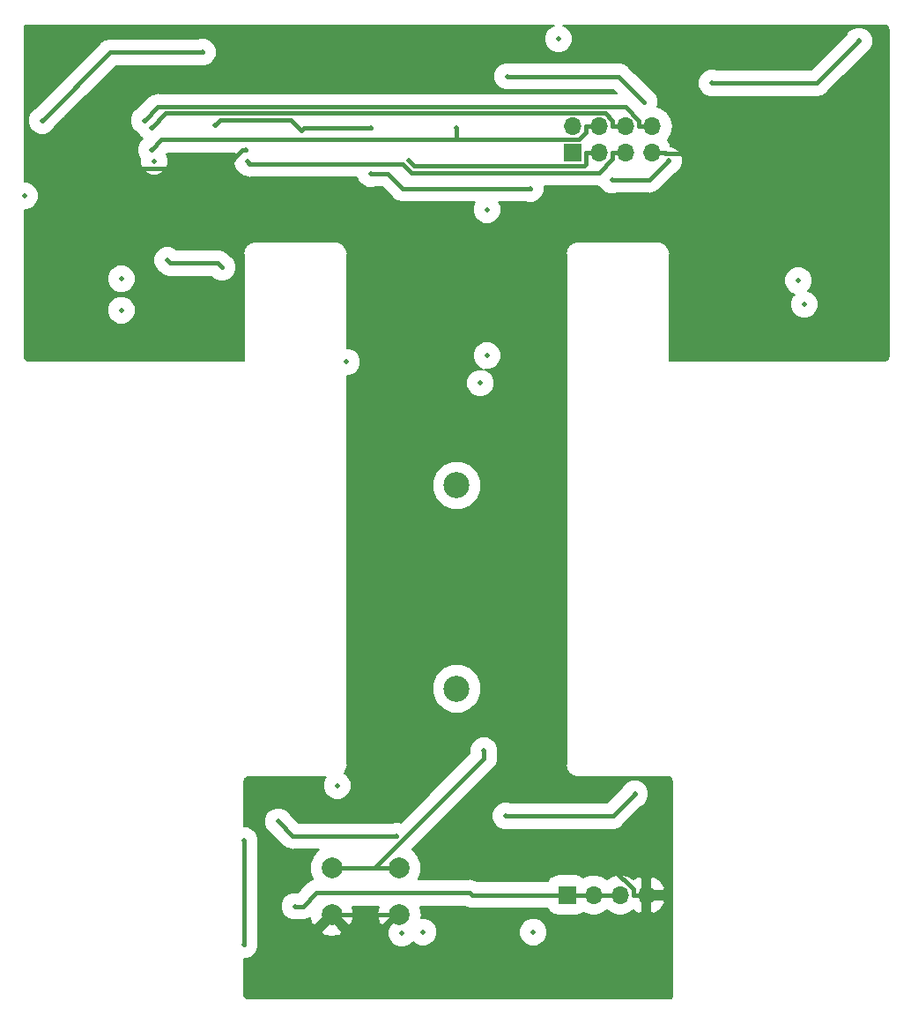
<source format=gbr>
G04 #@! TF.GenerationSoftware,KiCad,Pcbnew,(5.0.0)*
G04 #@! TF.CreationDate,2020-02-18T19:26:41-05:00*
G04 #@! TF.ProjectId,WS2812B Tiny T,575332383132422054696E7920542E6B,rev?*
G04 #@! TF.SameCoordinates,Original*
G04 #@! TF.FileFunction,Copper,L2,Bot,Signal*
G04 #@! TF.FilePolarity,Positive*
%FSLAX46Y46*%
G04 Gerber Fmt 4.6, Leading zero omitted, Abs format (unit mm)*
G04 Created by KiCad (PCBNEW (5.0.0)) date 02/18/20 19:26:41*
%MOMM*%
%LPD*%
G01*
G04 APERTURE LIST*
G04 #@! TA.AperFunction,ComponentPad*
%ADD10C,2.500000*%
G04 #@! TD*
G04 #@! TA.AperFunction,ComponentPad*
%ADD11O,1.700000X1.700000*%
G04 #@! TD*
G04 #@! TA.AperFunction,ComponentPad*
%ADD12R,1.700000X1.700000*%
G04 #@! TD*
G04 #@! TA.AperFunction,ComponentPad*
%ADD13C,2.000000*%
G04 #@! TD*
G04 #@! TA.AperFunction,ViaPad*
%ADD14C,0.500000*%
G04 #@! TD*
G04 #@! TA.AperFunction,Conductor*
%ADD15C,0.400000*%
G04 #@! TD*
G04 #@! TA.AperFunction,Conductor*
%ADD16C,0.200000*%
G04 #@! TD*
G04 APERTURE END LIST*
D10*
G04 #@! TO.P,J1,1*
G04 #@! TO.N,V-Switch*
X127512000Y-121412000D03*
G04 #@! TO.P,J1,2*
G04 #@! TO.N,+BATT*
X127512000Y-101912000D03*
G04 #@! TD*
D11*
G04 #@! TO.P,J2,4*
G04 #@! TO.N,GND*
X145732000Y-141222500D03*
G04 #@! TO.P,J2,3*
G04 #@! TO.N,V-Switch*
X143192000Y-141222500D03*
G04 #@! TO.P,J2,2*
X140652000Y-141222500D03*
D12*
G04 #@! TO.P,J2,1*
X138112000Y-141222500D03*
G04 #@! TD*
D13*
G04 #@! TO.P,SW1,1*
G04 #@! TO.N,BTN*
X122000000Y-138622500D03*
G04 #@! TO.P,SW1,2*
G04 #@! TO.N,GND*
X122000000Y-143122500D03*
G04 #@! TO.P,SW1,1*
G04 #@! TO.N,BTN*
X115500000Y-138622500D03*
G04 #@! TO.P,SW1,2*
G04 #@! TO.N,GND*
X115500000Y-143122500D03*
G04 #@! TD*
D11*
G04 #@! TO.P,J3,8*
G04 #@! TO.N,PB0*
X146300000Y-67453500D03*
G04 #@! TO.P,J3,7*
G04 #@! TO.N,GND*
X146300000Y-69993500D03*
G04 #@! TO.P,J3,6*
G04 #@! TO.N,DIN*
X143760000Y-67453500D03*
G04 #@! TO.P,J3,5*
G04 #@! TO.N,PB4*
X143760000Y-69993500D03*
G04 #@! TO.P,J3,4*
G04 #@! TO.N,BTN*
X141220000Y-67453500D03*
G04 #@! TO.P,J3,3*
G04 #@! TO.N,PB3*
X141220000Y-69993500D03*
G04 #@! TO.P,J3,2*
G04 #@! TO.N,+5V*
X138680000Y-67453500D03*
D12*
G04 #@! TO.P,J3,1*
G04 #@! TO.N,RST*
X138680000Y-69993500D03*
G04 #@! TD*
D14*
G04 #@! TO.N,GND*
X116225100Y-78067800D03*
X121955500Y-77972000D03*
X134531300Y-138692800D03*
X152047700Y-70009700D03*
X107251500Y-69723000D03*
X92011500Y-72707500D03*
X95707000Y-62242500D03*
X112585500Y-67818000D03*
X104267000Y-67310000D03*
X119253000Y-67564000D03*
G04 #@! TO.N,+5V*
X147889500Y-70724800D03*
X142424800Y-72576000D03*
X130401700Y-89446100D03*
X160326200Y-82232500D03*
X130401700Y-75425300D03*
X98440400Y-70777100D03*
X134874000Y-144770800D03*
X124268700Y-144767300D03*
X122237700Y-144907100D03*
X95270000Y-85077300D03*
X95270000Y-82080100D03*
X160906300Y-84518500D03*
X129786300Y-92087700D03*
X116931700Y-90055700D03*
X85951700Y-74104500D03*
X116027200Y-130712100D03*
X137273400Y-59042500D03*
X107101700Y-146000000D03*
X107101700Y-136000000D03*
G04 #@! TO.N,DIN*
X98179100Y-67549200D03*
G04 #@! TO.N,Net-(U4-Pad2)*
X103067500Y-60337300D03*
X87676300Y-66875700D03*
G04 #@! TO.N,Net-(U8-Pad2)*
X132397900Y-62628200D03*
X145535500Y-65088700D03*
G04 #@! TO.N,Net-(U10-Pad2)*
X166160800Y-59240000D03*
X152047700Y-63300500D03*
G04 #@! TO.N,Net-(U24-Pad2)*
X144618900Y-131522200D03*
X132217200Y-133637400D03*
G04 #@! TO.N,Net-(U30-Pad2)*
X121751400Y-135565400D03*
X110356800Y-134167800D03*
G04 #@! TO.N,BTN*
X130128100Y-127357400D03*
X127509500Y-67577200D03*
X98179100Y-69678300D03*
G04 #@! TO.N,Net-(U39-Pad2)*
X99720400Y-80302100D03*
X104952800Y-80962500D03*
G04 #@! TO.N,PB3*
X122938600Y-70749800D03*
G04 #@! TO.N,PB4*
X107378500Y-70802500D03*
G04 #@! TO.N,PB0*
X97498000Y-66864000D03*
G04 #@! TO.N,RST*
X119227600Y-71970900D03*
X134569200Y-73393300D03*
G04 #@! TO.N,V-Switch*
X111950000Y-142300000D03*
G04 #@! TD*
D15*
G04 #@! TO.N,GND*
X121955500Y-77972000D02*
X116320900Y-77972000D01*
X116320900Y-77972000D02*
X116225100Y-78067800D01*
X145732000Y-141222500D02*
X144471700Y-141222500D01*
X144471700Y-141222500D02*
X144471700Y-140671100D01*
X144471700Y-140671100D02*
X142493400Y-138692800D01*
X142493400Y-138692800D02*
X134531300Y-138692800D01*
X146300000Y-69993500D02*
X147560300Y-69993500D01*
X152047700Y-70009700D02*
X147576500Y-70009700D01*
X147576500Y-70009700D02*
X147560300Y-69993500D01*
X107251500Y-69723000D02*
X106897947Y-69723000D01*
X106897947Y-69723000D02*
X105183846Y-71437101D01*
X94043101Y-71437101D02*
X93281899Y-71437101D01*
X93281899Y-71437101D02*
X92011500Y-72707500D01*
X95707000Y-71386101D02*
X95758000Y-71437101D01*
X95707000Y-62242500D02*
X95707000Y-71386101D01*
X105183846Y-71437101D02*
X95758000Y-71437101D01*
X95758000Y-71437101D02*
X94043101Y-71437101D01*
X111552410Y-66784910D02*
X104792090Y-66784910D01*
X112585500Y-67818000D02*
X111552410Y-66784910D01*
X104792090Y-66784910D02*
X104267000Y-67310000D01*
X112839500Y-67564000D02*
X112585500Y-67818000D01*
X119253000Y-67564000D02*
X112839500Y-67564000D01*
X116914213Y-143122500D02*
X122000000Y-143122500D01*
X115500000Y-143122500D02*
X116914213Y-143122500D01*
G04 #@! TO.N,+5V*
X142424800Y-72576000D02*
X146038300Y-72576000D01*
X146038300Y-72576000D02*
X147889500Y-70724800D01*
X107101700Y-146000000D02*
X107101700Y-136000000D01*
G04 #@! TO.N,DIN*
X143760000Y-67453500D02*
X142499700Y-67453500D01*
X98179100Y-67549200D02*
X99553400Y-66174900D01*
X99553400Y-66174900D02*
X141743400Y-66174900D01*
X141743400Y-66174900D02*
X142499700Y-66931200D01*
X142499700Y-66931200D02*
X142499700Y-67453500D01*
G04 #@! TO.N,Net-(U4-Pad2)*
X87676300Y-66875700D02*
X94214700Y-60337300D01*
X94214700Y-60337300D02*
X103067500Y-60337300D01*
G04 #@! TO.N,Net-(U8-Pad2)*
X145535500Y-65088700D02*
X143075000Y-62628200D01*
X143075000Y-62628200D02*
X132397900Y-62628200D01*
G04 #@! TO.N,Net-(U10-Pad2)*
X152047700Y-63300500D02*
X162100300Y-63300500D01*
X162100300Y-63300500D02*
X166160800Y-59240000D01*
G04 #@! TO.N,Net-(U24-Pad2)*
X132217200Y-133637400D02*
X142503700Y-133637400D01*
X142503700Y-133637400D02*
X144618900Y-131522200D01*
G04 #@! TO.N,Net-(U30-Pad2)*
X110356800Y-134167800D02*
X111754400Y-135565400D01*
X111754400Y-135565400D02*
X121751400Y-135565400D01*
G04 #@! TO.N,BTN*
X119212000Y-138622500D02*
X119628100Y-138622500D01*
X119628100Y-138622500D02*
X130128100Y-128122500D01*
X130128100Y-128122500D02*
X130128100Y-127357400D01*
X127509500Y-68713800D02*
X99143600Y-68713800D01*
X99143600Y-68713800D02*
X98179100Y-69678300D01*
X139959700Y-67453500D02*
X139959700Y-68005000D01*
X139959700Y-68005000D02*
X139250900Y-68713800D01*
X139250900Y-68713800D02*
X127509500Y-68713800D01*
X127509500Y-68713800D02*
X127509500Y-67577200D01*
X141220000Y-67453500D02*
X139959700Y-67453500D01*
X122000000Y-138622500D02*
X115500000Y-138622500D01*
G04 #@! TO.N,Net-(U39-Pad2)*
X99970399Y-80552099D02*
X101341999Y-80552099D01*
X99720400Y-80302100D02*
X99970399Y-80552099D01*
X101341999Y-80552099D02*
X101346000Y-80556100D01*
X101346000Y-80556100D02*
X104546400Y-80556100D01*
X104546400Y-80556100D02*
X104952800Y-80962500D01*
G04 #@! TO.N,PB3*
X141220000Y-69993500D02*
X139959700Y-69993500D01*
X122938600Y-70749800D02*
X123442700Y-71253900D01*
X123442700Y-71253900D02*
X139775100Y-71253900D01*
X139775100Y-71253900D02*
X139959700Y-71069300D01*
X139959700Y-71069300D02*
X139959700Y-69993500D01*
G04 #@! TO.N,PB4*
X143760000Y-69993500D02*
X142499700Y-69993500D01*
X142499700Y-69993500D02*
X142499700Y-70544900D01*
X142499700Y-70544900D02*
X141158500Y-71886100D01*
X141158500Y-71886100D02*
X123124600Y-71886100D01*
X123124600Y-71886100D02*
X122278200Y-71039700D01*
X122278200Y-71039700D02*
X107615700Y-71039700D01*
X107615700Y-71039700D02*
X107378500Y-70802500D01*
G04 #@! TO.N,PB0*
X97498000Y-66864000D02*
X98799900Y-65562100D01*
X98799900Y-65562100D02*
X143699700Y-65562100D01*
X143699700Y-65562100D02*
X145039700Y-66902100D01*
X145039700Y-66902100D02*
X145039700Y-67453500D01*
X146300000Y-67453500D02*
X145039700Y-67453500D01*
G04 #@! TO.N,RST*
X119227600Y-71970900D02*
X120904000Y-71970900D01*
X120904000Y-71970900D02*
X122326400Y-73393300D01*
X122326400Y-73393300D02*
X134569200Y-73393300D01*
G04 #@! TO.N,V-Switch*
X140652000Y-141222500D02*
X143192000Y-141222500D01*
X138112000Y-141222500D02*
X140652000Y-141222500D01*
X111950000Y-142300000D02*
X112700000Y-142300000D01*
X112700000Y-142300000D02*
X114000000Y-141000000D01*
X114000000Y-141000000D02*
X128750000Y-141000000D01*
X128972500Y-141222500D02*
X138112000Y-141222500D01*
X128750000Y-141000000D02*
X128972500Y-141222500D01*
G04 #@! TD*
D16*
G04 #@! TO.N,GND*
G36*
X136508686Y-57898025D02*
X136128925Y-58277786D01*
X135923400Y-58773968D01*
X135923400Y-59311032D01*
X136128925Y-59807214D01*
X136508686Y-60186975D01*
X137004868Y-60392500D01*
X137541932Y-60392500D01*
X138038114Y-60186975D01*
X138417875Y-59807214D01*
X138623400Y-59311032D01*
X138623400Y-58773968D01*
X138417875Y-58277786D01*
X138038114Y-57898025D01*
X137689199Y-57753500D01*
X168558883Y-57753500D01*
X168763810Y-57787609D01*
X168859996Y-57839509D01*
X168934186Y-57919767D01*
X168987935Y-58041345D01*
X169005000Y-58176426D01*
X169005001Y-89501378D01*
X168970891Y-89706310D01*
X168918991Y-89802497D01*
X168838734Y-89876685D01*
X168717155Y-89930435D01*
X168582074Y-89947500D01*
X147987000Y-89947500D01*
X147987000Y-81963968D01*
X158976200Y-81963968D01*
X158976200Y-82501032D01*
X159181725Y-82997214D01*
X159561486Y-83376975D01*
X159969593Y-83546018D01*
X159761825Y-83753786D01*
X159556300Y-84249968D01*
X159556300Y-84787032D01*
X159761825Y-85283214D01*
X160141586Y-85662975D01*
X160637768Y-85868500D01*
X161174832Y-85868500D01*
X161671014Y-85662975D01*
X162050775Y-85283214D01*
X162256300Y-84787032D01*
X162256300Y-84249968D01*
X162050775Y-83753786D01*
X161671014Y-83374025D01*
X161262907Y-83204982D01*
X161470675Y-82997214D01*
X161676200Y-82501032D01*
X161676200Y-81963968D01*
X161470675Y-81467786D01*
X161090914Y-81088025D01*
X160594732Y-80882500D01*
X160057668Y-80882500D01*
X159561486Y-81088025D01*
X159181725Y-81467786D01*
X158976200Y-81963968D01*
X147987000Y-81963968D01*
X147987000Y-79808224D01*
X148010019Y-79692500D01*
X147918825Y-79234038D01*
X147659127Y-78845373D01*
X147270462Y-78585675D01*
X146927724Y-78517500D01*
X146812000Y-78494481D01*
X146696276Y-78517500D01*
X139307724Y-78517500D01*
X139192000Y-78494481D01*
X139076276Y-78517500D01*
X138733538Y-78585675D01*
X138344873Y-78845373D01*
X138085175Y-79234038D01*
X137993981Y-79692500D01*
X138017000Y-79808224D01*
X138017001Y-128598771D01*
X137993981Y-128714500D01*
X138085175Y-129172962D01*
X138344873Y-129561627D01*
X138733538Y-129821325D01*
X139076276Y-129889500D01*
X139192000Y-129912519D01*
X139307724Y-129889500D01*
X147730883Y-129889500D01*
X147935810Y-129923609D01*
X148031996Y-129975509D01*
X148106186Y-130055767D01*
X148159935Y-130177345D01*
X148177000Y-130312426D01*
X148177001Y-150963697D01*
X148154238Y-151092792D01*
X148140890Y-151115912D01*
X148120436Y-151133074D01*
X148046021Y-151160159D01*
X148030697Y-151161500D01*
X107539116Y-151161500D01*
X107334190Y-151127391D01*
X107238003Y-151075491D01*
X107163815Y-150995234D01*
X107110065Y-150873655D01*
X107093000Y-150738574D01*
X107093000Y-147350000D01*
X107370232Y-147350000D01*
X107866414Y-147144475D01*
X108246175Y-146764714D01*
X108451700Y-146268532D01*
X108451700Y-145731468D01*
X108401700Y-145610757D01*
X108401700Y-144694234D01*
X114493951Y-144694234D01*
X114587233Y-145059338D01*
X115397909Y-145261206D01*
X116224128Y-145137475D01*
X116412767Y-145059338D01*
X116506049Y-144694234D01*
X115500000Y-143688185D01*
X114493951Y-144694234D01*
X108401700Y-144694234D01*
X108401700Y-136389243D01*
X108451700Y-136268532D01*
X108451700Y-135731468D01*
X108246175Y-135235286D01*
X107866414Y-134855525D01*
X107370232Y-134650000D01*
X107093000Y-134650000D01*
X107093000Y-133899268D01*
X109006800Y-133899268D01*
X109006800Y-134436332D01*
X109212325Y-134932514D01*
X109592086Y-135312275D01*
X109712800Y-135362276D01*
X110744626Y-136394102D01*
X110817153Y-136502647D01*
X111247165Y-136789973D01*
X111626363Y-136865400D01*
X111626367Y-136865400D01*
X111754400Y-136890867D01*
X111882433Y-136865400D01*
X114287252Y-136865400D01*
X113719706Y-137432946D01*
X113400000Y-138204784D01*
X113400000Y-139040216D01*
X113688415Y-139736510D01*
X113492765Y-139775427D01*
X113062753Y-140062753D01*
X112990226Y-140171298D01*
X112211524Y-140950000D01*
X111681468Y-140950000D01*
X111185286Y-141155525D01*
X110805525Y-141535286D01*
X110600000Y-142031468D01*
X110600000Y-142568532D01*
X110805525Y-143064714D01*
X111185286Y-143444475D01*
X111681468Y-143650000D01*
X112218532Y-143650000D01*
X112339243Y-143600000D01*
X112571967Y-143600000D01*
X112700000Y-143625467D01*
X112828033Y-143600000D01*
X112828037Y-143600000D01*
X113207235Y-143524573D01*
X113415914Y-143385137D01*
X113485025Y-143846628D01*
X113563162Y-144035267D01*
X113928266Y-144128549D01*
X114934315Y-143122500D01*
X114920173Y-143108358D01*
X115485858Y-142542673D01*
X115500000Y-142556815D01*
X115514143Y-142542673D01*
X116079828Y-143108358D01*
X116065685Y-143122500D01*
X117071734Y-144128549D01*
X117436838Y-144035267D01*
X117638706Y-143224591D01*
X117514975Y-142398372D01*
X117474228Y-142300000D01*
X120040684Y-142300000D01*
X119861294Y-143020409D01*
X119985025Y-143846628D01*
X120063162Y-144035267D01*
X120428266Y-144128549D01*
X121434315Y-143122500D01*
X121420173Y-143108358D01*
X121985858Y-142542673D01*
X122000000Y-142556815D01*
X122014143Y-142542673D01*
X122579828Y-143108358D01*
X122565685Y-143122500D01*
X122579828Y-143136643D01*
X122159370Y-143557100D01*
X121969168Y-143557100D01*
X121472986Y-143762625D01*
X121093225Y-144142386D01*
X120887700Y-144638568D01*
X120887700Y-145175632D01*
X121093225Y-145671814D01*
X121472986Y-146051575D01*
X121969168Y-146257100D01*
X122506232Y-146257100D01*
X123002414Y-146051575D01*
X123323100Y-145730889D01*
X123503986Y-145911775D01*
X124000168Y-146117300D01*
X124537232Y-146117300D01*
X125033414Y-145911775D01*
X125413175Y-145532014D01*
X125618700Y-145035832D01*
X125618700Y-144502268D01*
X133524000Y-144502268D01*
X133524000Y-145039332D01*
X133729525Y-145535514D01*
X134109286Y-145915275D01*
X134605468Y-146120800D01*
X135142532Y-146120800D01*
X135638714Y-145915275D01*
X136018475Y-145535514D01*
X136224000Y-145039332D01*
X136224000Y-144502268D01*
X136018475Y-144006086D01*
X135638714Y-143626325D01*
X135142532Y-143420800D01*
X134605468Y-143420800D01*
X134109286Y-143626325D01*
X133729525Y-144006086D01*
X133524000Y-144502268D01*
X125618700Y-144502268D01*
X125618700Y-144498768D01*
X125413175Y-144002586D01*
X125033414Y-143622825D01*
X124537232Y-143417300D01*
X124090719Y-143417300D01*
X124138706Y-143224591D01*
X124014975Y-142398372D01*
X123974228Y-142300000D01*
X128245156Y-142300000D01*
X128465265Y-142447073D01*
X128844463Y-142522500D01*
X128844467Y-142522500D01*
X128972500Y-142547967D01*
X129100533Y-142522500D01*
X136239722Y-142522500D01*
X136468944Y-142865556D01*
X136832801Y-143108677D01*
X137262000Y-143194050D01*
X138962000Y-143194050D01*
X139391199Y-143108677D01*
X139678079Y-142916991D01*
X139891148Y-143059359D01*
X140459946Y-143172500D01*
X140844054Y-143172500D01*
X141412852Y-143059359D01*
X141922000Y-142719157D01*
X142431148Y-143059359D01*
X142999946Y-143172500D01*
X143384054Y-143172500D01*
X143952852Y-143059359D01*
X144500379Y-142693513D01*
X144933785Y-143001669D01*
X145038364Y-143044962D01*
X145332000Y-142849038D01*
X145332000Y-141622500D01*
X146132000Y-141622500D01*
X146132000Y-142849038D01*
X146425636Y-143044962D01*
X146530215Y-143001669D01*
X147150313Y-142560774D01*
X147554486Y-141916139D01*
X147365557Y-141622500D01*
X146132000Y-141622500D01*
X145332000Y-141622500D01*
X145312000Y-141622500D01*
X145312000Y-140822500D01*
X145332000Y-140822500D01*
X145332000Y-139595962D01*
X146132000Y-139595962D01*
X146132000Y-140822500D01*
X147365557Y-140822500D01*
X147554486Y-140528861D01*
X147150313Y-139884226D01*
X146530215Y-139443331D01*
X146425636Y-139400038D01*
X146132000Y-139595962D01*
X145332000Y-139595962D01*
X145038364Y-139400038D01*
X144933785Y-139443331D01*
X144500379Y-139751487D01*
X143952852Y-139385641D01*
X143384054Y-139272500D01*
X142999946Y-139272500D01*
X142431148Y-139385641D01*
X141922000Y-139725843D01*
X141412852Y-139385641D01*
X140844054Y-139272500D01*
X140459946Y-139272500D01*
X139891148Y-139385641D01*
X139678079Y-139528009D01*
X139391199Y-139336323D01*
X138962000Y-139250950D01*
X137262000Y-139250950D01*
X136832801Y-139336323D01*
X136468944Y-139579444D01*
X136239722Y-139922500D01*
X129477344Y-139922500D01*
X129257235Y-139775427D01*
X128878037Y-139700000D01*
X128878033Y-139700000D01*
X128750000Y-139674533D01*
X128621967Y-139700000D01*
X123826708Y-139700000D01*
X124100000Y-139040216D01*
X124100000Y-138204784D01*
X123780294Y-137432946D01*
X123218212Y-136870864D01*
X126720208Y-133368868D01*
X130867200Y-133368868D01*
X130867200Y-133905932D01*
X131072725Y-134402114D01*
X131452486Y-134781875D01*
X131948668Y-134987400D01*
X132485732Y-134987400D01*
X132606443Y-134937400D01*
X142375667Y-134937400D01*
X142503700Y-134962867D01*
X142631733Y-134937400D01*
X142631737Y-134937400D01*
X143010935Y-134861973D01*
X143440947Y-134574647D01*
X143513476Y-134466100D01*
X145262901Y-132716676D01*
X145383614Y-132666675D01*
X145763375Y-132286914D01*
X145968900Y-131790732D01*
X145968900Y-131253668D01*
X145763375Y-130757486D01*
X145383614Y-130377725D01*
X144887432Y-130172200D01*
X144350368Y-130172200D01*
X143854186Y-130377725D01*
X143474425Y-130757486D01*
X143424424Y-130878199D01*
X141965224Y-132337400D01*
X132606443Y-132337400D01*
X132485732Y-132287400D01*
X131948668Y-132287400D01*
X131452486Y-132492925D01*
X131072725Y-132872686D01*
X130867200Y-133368868D01*
X126720208Y-133368868D01*
X130956806Y-129132272D01*
X131065347Y-129059747D01*
X131137872Y-128951206D01*
X131137874Y-128951204D01*
X131267142Y-128757740D01*
X131352673Y-128629735D01*
X131428100Y-128250537D01*
X131428100Y-128250532D01*
X131453567Y-128122501D01*
X131428100Y-127994469D01*
X131428100Y-127746643D01*
X131478100Y-127625932D01*
X131478100Y-127088868D01*
X131272575Y-126592686D01*
X130892814Y-126212925D01*
X130396632Y-126007400D01*
X129859568Y-126007400D01*
X129363386Y-126212925D01*
X128983625Y-126592686D01*
X128778100Y-127088868D01*
X128778100Y-127625932D01*
X128780470Y-127631653D01*
X122144942Y-134267181D01*
X122019932Y-134215400D01*
X121482868Y-134215400D01*
X121362157Y-134265400D01*
X112292877Y-134265400D01*
X111551276Y-133523800D01*
X111501275Y-133403086D01*
X111121514Y-133023325D01*
X110625332Y-132817800D01*
X110088268Y-132817800D01*
X109592086Y-133023325D01*
X109212325Y-133403086D01*
X109006800Y-133899268D01*
X107093000Y-133899268D01*
X107093000Y-130335617D01*
X107127109Y-130130690D01*
X107179009Y-130034504D01*
X107259267Y-129960314D01*
X107380845Y-129906565D01*
X107515926Y-129889500D01*
X114940611Y-129889500D01*
X114882725Y-129947386D01*
X114677200Y-130443568D01*
X114677200Y-130980632D01*
X114882725Y-131476814D01*
X115262486Y-131856575D01*
X115758668Y-132062100D01*
X116295732Y-132062100D01*
X116791914Y-131856575D01*
X117171675Y-131476814D01*
X117377200Y-130980632D01*
X117377200Y-130443568D01*
X117171675Y-129947386D01*
X116791914Y-129567625D01*
X116694171Y-129527139D01*
X116930825Y-129172962D01*
X117022019Y-128714500D01*
X116999000Y-128598776D01*
X116999000Y-120944556D01*
X125162000Y-120944556D01*
X125162000Y-121879444D01*
X125519766Y-122743168D01*
X126180832Y-123404234D01*
X127044556Y-123762000D01*
X127979444Y-123762000D01*
X128843168Y-123404234D01*
X129504234Y-122743168D01*
X129862000Y-121879444D01*
X129862000Y-120944556D01*
X129504234Y-120080832D01*
X128843168Y-119419766D01*
X127979444Y-119062000D01*
X127044556Y-119062000D01*
X126180832Y-119419766D01*
X125519766Y-120080832D01*
X125162000Y-120944556D01*
X116999000Y-120944556D01*
X116999000Y-101444556D01*
X125162000Y-101444556D01*
X125162000Y-102379444D01*
X125519766Y-103243168D01*
X126180832Y-103904234D01*
X127044556Y-104262000D01*
X127979444Y-104262000D01*
X128843168Y-103904234D01*
X129504234Y-103243168D01*
X129862000Y-102379444D01*
X129862000Y-101444556D01*
X129504234Y-100580832D01*
X128843168Y-99919766D01*
X127979444Y-99562000D01*
X127044556Y-99562000D01*
X126180832Y-99919766D01*
X125519766Y-100580832D01*
X125162000Y-101444556D01*
X116999000Y-101444556D01*
X116999000Y-91819168D01*
X128436300Y-91819168D01*
X128436300Y-92356232D01*
X128641825Y-92852414D01*
X129021586Y-93232175D01*
X129517768Y-93437700D01*
X130054832Y-93437700D01*
X130551014Y-93232175D01*
X130930775Y-92852414D01*
X131136300Y-92356232D01*
X131136300Y-91819168D01*
X130930775Y-91322986D01*
X130551014Y-90943225D01*
X130195822Y-90796100D01*
X130670232Y-90796100D01*
X131166414Y-90590575D01*
X131546175Y-90210814D01*
X131751700Y-89714632D01*
X131751700Y-89177568D01*
X131546175Y-88681386D01*
X131166414Y-88301625D01*
X130670232Y-88096100D01*
X130133168Y-88096100D01*
X129636986Y-88301625D01*
X129257225Y-88681386D01*
X129051700Y-89177568D01*
X129051700Y-89714632D01*
X129257225Y-90210814D01*
X129636986Y-90590575D01*
X129992178Y-90737700D01*
X129517768Y-90737700D01*
X129021586Y-90943225D01*
X128641825Y-91322986D01*
X128436300Y-91819168D01*
X116999000Y-91819168D01*
X116999000Y-91405700D01*
X117200232Y-91405700D01*
X117696414Y-91200175D01*
X118076175Y-90820414D01*
X118281700Y-90324232D01*
X118281700Y-89787168D01*
X118076175Y-89290986D01*
X117696414Y-88911225D01*
X117200232Y-88705700D01*
X116999000Y-88705700D01*
X116999000Y-79808224D01*
X117022019Y-79692500D01*
X116930825Y-79234038D01*
X116671127Y-78845373D01*
X116282462Y-78585675D01*
X115939724Y-78517500D01*
X115824000Y-78494481D01*
X115708276Y-78517500D01*
X108319724Y-78517500D01*
X108204000Y-78494481D01*
X108088276Y-78517500D01*
X107745538Y-78585675D01*
X107356873Y-78845373D01*
X107097175Y-79234038D01*
X107005981Y-79692500D01*
X107029000Y-79808224D01*
X107029001Y-89947500D01*
X86457116Y-89947500D01*
X86252190Y-89913391D01*
X86156003Y-89861491D01*
X86081815Y-89781234D01*
X86028065Y-89659655D01*
X86011000Y-89524574D01*
X86011000Y-84808768D01*
X93920000Y-84808768D01*
X93920000Y-85345832D01*
X94125525Y-85842014D01*
X94505286Y-86221775D01*
X95001468Y-86427300D01*
X95538532Y-86427300D01*
X96034714Y-86221775D01*
X96414475Y-85842014D01*
X96620000Y-85345832D01*
X96620000Y-84808768D01*
X96414475Y-84312586D01*
X96034714Y-83932825D01*
X95538532Y-83727300D01*
X95001468Y-83727300D01*
X94505286Y-83932825D01*
X94125525Y-84312586D01*
X93920000Y-84808768D01*
X86011000Y-84808768D01*
X86011000Y-81811568D01*
X93920000Y-81811568D01*
X93920000Y-82348632D01*
X94125525Y-82844814D01*
X94505286Y-83224575D01*
X95001468Y-83430100D01*
X95538532Y-83430100D01*
X96034714Y-83224575D01*
X96414475Y-82844814D01*
X96620000Y-82348632D01*
X96620000Y-81811568D01*
X96414475Y-81315386D01*
X96034714Y-80935625D01*
X95538532Y-80730100D01*
X95001468Y-80730100D01*
X94505286Y-80935625D01*
X94125525Y-81315386D01*
X93920000Y-81811568D01*
X86011000Y-81811568D01*
X86011000Y-80033568D01*
X98370400Y-80033568D01*
X98370400Y-80570632D01*
X98575925Y-81066814D01*
X98955686Y-81446575D01*
X99023282Y-81474574D01*
X99033152Y-81489346D01*
X99463164Y-81776672D01*
X99842362Y-81852099D01*
X99842366Y-81852099D01*
X99970399Y-81877566D01*
X100098432Y-81852099D01*
X101197849Y-81852099D01*
X101217963Y-81856100D01*
X101217968Y-81856100D01*
X101345999Y-81881567D01*
X101474031Y-81856100D01*
X103937211Y-81856100D01*
X104188086Y-82106975D01*
X104684268Y-82312500D01*
X105221332Y-82312500D01*
X105717514Y-82106975D01*
X106097275Y-81727214D01*
X106302800Y-81231032D01*
X106302800Y-80693968D01*
X106097275Y-80197786D01*
X105717514Y-79818025D01*
X105596800Y-79768024D01*
X105556176Y-79727399D01*
X105483647Y-79618853D01*
X105053635Y-79331527D01*
X104674437Y-79256100D01*
X104674433Y-79256100D01*
X104546400Y-79230633D01*
X104418367Y-79256100D01*
X101490150Y-79256100D01*
X101470036Y-79252099D01*
X101470032Y-79252099D01*
X101341999Y-79226632D01*
X101213966Y-79252099D01*
X100579588Y-79252099D01*
X100485114Y-79157625D01*
X99988932Y-78952100D01*
X99451868Y-78952100D01*
X98955686Y-79157625D01*
X98575925Y-79537386D01*
X98370400Y-80033568D01*
X86011000Y-80033568D01*
X86011000Y-75454500D01*
X86220232Y-75454500D01*
X86716414Y-75248975D01*
X87096175Y-74869214D01*
X87301700Y-74373032D01*
X87301700Y-73835968D01*
X87096175Y-73339786D01*
X86716414Y-72960025D01*
X86220232Y-72754500D01*
X86011000Y-72754500D01*
X86011000Y-66607168D01*
X86326300Y-66607168D01*
X86326300Y-67144232D01*
X86531825Y-67640414D01*
X86911586Y-68020175D01*
X87407768Y-68225700D01*
X87944832Y-68225700D01*
X88441014Y-68020175D01*
X88820775Y-67640414D01*
X88870776Y-67519700D01*
X89795008Y-66595468D01*
X96148000Y-66595468D01*
X96148000Y-67132532D01*
X96353525Y-67628714D01*
X96733286Y-68008475D01*
X96944315Y-68095886D01*
X97034625Y-68313914D01*
X97334461Y-68613750D01*
X97034625Y-68913586D01*
X96829100Y-69409768D01*
X96829100Y-69946832D01*
X97034625Y-70443014D01*
X97093264Y-70501653D01*
X97090400Y-70508568D01*
X97090400Y-71045632D01*
X97295925Y-71541814D01*
X97675686Y-71921575D01*
X98171868Y-72127100D01*
X98708932Y-72127100D01*
X99205114Y-71921575D01*
X99584875Y-71541814D01*
X99790400Y-71045632D01*
X99790400Y-70508568D01*
X99613759Y-70082118D01*
X99682077Y-70013800D01*
X106258011Y-70013800D01*
X106234025Y-70037786D01*
X106028500Y-70533968D01*
X106028500Y-71071032D01*
X106234025Y-71567214D01*
X106613786Y-71946975D01*
X106675509Y-71972542D01*
X106678453Y-71976947D01*
X107108465Y-72264273D01*
X107487663Y-72339700D01*
X107487668Y-72339700D01*
X107615699Y-72365167D01*
X107743731Y-72339700D01*
X117919132Y-72339700D01*
X118083125Y-72735614D01*
X118462886Y-73115375D01*
X118959068Y-73320900D01*
X119496132Y-73320900D01*
X119616843Y-73270900D01*
X120365523Y-73270900D01*
X121316627Y-74222005D01*
X121389153Y-74330547D01*
X121497694Y-74403072D01*
X121497696Y-74403074D01*
X121617160Y-74482897D01*
X121819165Y-74617873D01*
X122198363Y-74693300D01*
X122198368Y-74693300D01*
X122326399Y-74718767D01*
X122454431Y-74693300D01*
X129243674Y-74693300D01*
X129051700Y-75156768D01*
X129051700Y-75693832D01*
X129257225Y-76190014D01*
X129636986Y-76569775D01*
X130133168Y-76775300D01*
X130670232Y-76775300D01*
X131166414Y-76569775D01*
X131546175Y-76190014D01*
X131751700Y-75693832D01*
X131751700Y-75156768D01*
X131559726Y-74693300D01*
X134179957Y-74693300D01*
X134300668Y-74743300D01*
X134837732Y-74743300D01*
X135333914Y-74537775D01*
X135713675Y-74158014D01*
X135919200Y-73661832D01*
X135919200Y-73186100D01*
X141030467Y-73186100D01*
X141158500Y-73211567D01*
X141221629Y-73199010D01*
X141280325Y-73340714D01*
X141660086Y-73720475D01*
X142156268Y-73926000D01*
X142693332Y-73926000D01*
X142814043Y-73876000D01*
X145910267Y-73876000D01*
X146038300Y-73901467D01*
X146166333Y-73876000D01*
X146166337Y-73876000D01*
X146545535Y-73800573D01*
X146975547Y-73513247D01*
X147048076Y-73404700D01*
X148533502Y-71919275D01*
X148654214Y-71869275D01*
X149033975Y-71489514D01*
X149239500Y-70993332D01*
X149239500Y-70456268D01*
X149033975Y-69960086D01*
X148654214Y-69580325D01*
X148158032Y-69374800D01*
X148074270Y-69374800D01*
X148122486Y-69299861D01*
X147778323Y-68750939D01*
X148136859Y-68214352D01*
X148288202Y-67453500D01*
X148136859Y-66692648D01*
X147705871Y-66047629D01*
X147060852Y-65616641D01*
X146799576Y-65564670D01*
X146885500Y-65357232D01*
X146885500Y-64820168D01*
X146679975Y-64323986D01*
X146300214Y-63944225D01*
X146179502Y-63894225D01*
X145317245Y-63031968D01*
X150697700Y-63031968D01*
X150697700Y-63569032D01*
X150903225Y-64065214D01*
X151282986Y-64444975D01*
X151779168Y-64650500D01*
X152316232Y-64650500D01*
X152436943Y-64600500D01*
X161972267Y-64600500D01*
X162100300Y-64625967D01*
X162228333Y-64600500D01*
X162228337Y-64600500D01*
X162607535Y-64525073D01*
X163037547Y-64237747D01*
X163110076Y-64129200D01*
X166804803Y-60434475D01*
X166925514Y-60384475D01*
X167305275Y-60004714D01*
X167510800Y-59508532D01*
X167510800Y-58971468D01*
X167305275Y-58475286D01*
X166925514Y-58095525D01*
X166429332Y-57890000D01*
X165892268Y-57890000D01*
X165396086Y-58095525D01*
X165016325Y-58475286D01*
X164966325Y-58595997D01*
X161561824Y-62000500D01*
X152436943Y-62000500D01*
X152316232Y-61950500D01*
X151779168Y-61950500D01*
X151282986Y-62156025D01*
X150903225Y-62535786D01*
X150697700Y-63031968D01*
X145317245Y-63031968D01*
X144084776Y-61799500D01*
X144012247Y-61690953D01*
X143582235Y-61403627D01*
X143203037Y-61328200D01*
X143203033Y-61328200D01*
X143075000Y-61302733D01*
X142946967Y-61328200D01*
X132787143Y-61328200D01*
X132666432Y-61278200D01*
X132129368Y-61278200D01*
X131633186Y-61483725D01*
X131253425Y-61863486D01*
X131047900Y-62359668D01*
X131047900Y-62896732D01*
X131253425Y-63392914D01*
X131633186Y-63772675D01*
X132129368Y-63978200D01*
X132666432Y-63978200D01*
X132787143Y-63928200D01*
X142536524Y-63928200D01*
X142870423Y-64262100D01*
X98927933Y-64262100D01*
X98799900Y-64236633D01*
X98671867Y-64262100D01*
X98671863Y-64262100D01*
X98292665Y-64337527D01*
X97862653Y-64624853D01*
X97790126Y-64733398D01*
X96854000Y-65669524D01*
X96733286Y-65719525D01*
X96353525Y-66099286D01*
X96148000Y-66595468D01*
X89795008Y-66595468D01*
X94753177Y-61637300D01*
X102678257Y-61637300D01*
X102798968Y-61687300D01*
X103336032Y-61687300D01*
X103832214Y-61481775D01*
X104211975Y-61102014D01*
X104417500Y-60605832D01*
X104417500Y-60068768D01*
X104211975Y-59572586D01*
X103832214Y-59192825D01*
X103336032Y-58987300D01*
X102798968Y-58987300D01*
X102678257Y-59037300D01*
X94342733Y-59037300D01*
X94214700Y-59011833D01*
X94086667Y-59037300D01*
X94086663Y-59037300D01*
X93707465Y-59112727D01*
X93277453Y-59400053D01*
X93204926Y-59508597D01*
X87032300Y-65681224D01*
X86911586Y-65731225D01*
X86531825Y-66110986D01*
X86326300Y-66607168D01*
X86011000Y-66607168D01*
X86011000Y-57753500D01*
X136857601Y-57753500D01*
X136508686Y-57898025D01*
X136508686Y-57898025D01*
G37*
X136508686Y-57898025D02*
X136128925Y-58277786D01*
X135923400Y-58773968D01*
X135923400Y-59311032D01*
X136128925Y-59807214D01*
X136508686Y-60186975D01*
X137004868Y-60392500D01*
X137541932Y-60392500D01*
X138038114Y-60186975D01*
X138417875Y-59807214D01*
X138623400Y-59311032D01*
X138623400Y-58773968D01*
X138417875Y-58277786D01*
X138038114Y-57898025D01*
X137689199Y-57753500D01*
X168558883Y-57753500D01*
X168763810Y-57787609D01*
X168859996Y-57839509D01*
X168934186Y-57919767D01*
X168987935Y-58041345D01*
X169005000Y-58176426D01*
X169005001Y-89501378D01*
X168970891Y-89706310D01*
X168918991Y-89802497D01*
X168838734Y-89876685D01*
X168717155Y-89930435D01*
X168582074Y-89947500D01*
X147987000Y-89947500D01*
X147987000Y-81963968D01*
X158976200Y-81963968D01*
X158976200Y-82501032D01*
X159181725Y-82997214D01*
X159561486Y-83376975D01*
X159969593Y-83546018D01*
X159761825Y-83753786D01*
X159556300Y-84249968D01*
X159556300Y-84787032D01*
X159761825Y-85283214D01*
X160141586Y-85662975D01*
X160637768Y-85868500D01*
X161174832Y-85868500D01*
X161671014Y-85662975D01*
X162050775Y-85283214D01*
X162256300Y-84787032D01*
X162256300Y-84249968D01*
X162050775Y-83753786D01*
X161671014Y-83374025D01*
X161262907Y-83204982D01*
X161470675Y-82997214D01*
X161676200Y-82501032D01*
X161676200Y-81963968D01*
X161470675Y-81467786D01*
X161090914Y-81088025D01*
X160594732Y-80882500D01*
X160057668Y-80882500D01*
X159561486Y-81088025D01*
X159181725Y-81467786D01*
X158976200Y-81963968D01*
X147987000Y-81963968D01*
X147987000Y-79808224D01*
X148010019Y-79692500D01*
X147918825Y-79234038D01*
X147659127Y-78845373D01*
X147270462Y-78585675D01*
X146927724Y-78517500D01*
X146812000Y-78494481D01*
X146696276Y-78517500D01*
X139307724Y-78517500D01*
X139192000Y-78494481D01*
X139076276Y-78517500D01*
X138733538Y-78585675D01*
X138344873Y-78845373D01*
X138085175Y-79234038D01*
X137993981Y-79692500D01*
X138017000Y-79808224D01*
X138017001Y-128598771D01*
X137993981Y-128714500D01*
X138085175Y-129172962D01*
X138344873Y-129561627D01*
X138733538Y-129821325D01*
X139076276Y-129889500D01*
X139192000Y-129912519D01*
X139307724Y-129889500D01*
X147730883Y-129889500D01*
X147935810Y-129923609D01*
X148031996Y-129975509D01*
X148106186Y-130055767D01*
X148159935Y-130177345D01*
X148177000Y-130312426D01*
X148177001Y-150963697D01*
X148154238Y-151092792D01*
X148140890Y-151115912D01*
X148120436Y-151133074D01*
X148046021Y-151160159D01*
X148030697Y-151161500D01*
X107539116Y-151161500D01*
X107334190Y-151127391D01*
X107238003Y-151075491D01*
X107163815Y-150995234D01*
X107110065Y-150873655D01*
X107093000Y-150738574D01*
X107093000Y-147350000D01*
X107370232Y-147350000D01*
X107866414Y-147144475D01*
X108246175Y-146764714D01*
X108451700Y-146268532D01*
X108451700Y-145731468D01*
X108401700Y-145610757D01*
X108401700Y-144694234D01*
X114493951Y-144694234D01*
X114587233Y-145059338D01*
X115397909Y-145261206D01*
X116224128Y-145137475D01*
X116412767Y-145059338D01*
X116506049Y-144694234D01*
X115500000Y-143688185D01*
X114493951Y-144694234D01*
X108401700Y-144694234D01*
X108401700Y-136389243D01*
X108451700Y-136268532D01*
X108451700Y-135731468D01*
X108246175Y-135235286D01*
X107866414Y-134855525D01*
X107370232Y-134650000D01*
X107093000Y-134650000D01*
X107093000Y-133899268D01*
X109006800Y-133899268D01*
X109006800Y-134436332D01*
X109212325Y-134932514D01*
X109592086Y-135312275D01*
X109712800Y-135362276D01*
X110744626Y-136394102D01*
X110817153Y-136502647D01*
X111247165Y-136789973D01*
X111626363Y-136865400D01*
X111626367Y-136865400D01*
X111754400Y-136890867D01*
X111882433Y-136865400D01*
X114287252Y-136865400D01*
X113719706Y-137432946D01*
X113400000Y-138204784D01*
X113400000Y-139040216D01*
X113688415Y-139736510D01*
X113492765Y-139775427D01*
X113062753Y-140062753D01*
X112990226Y-140171298D01*
X112211524Y-140950000D01*
X111681468Y-140950000D01*
X111185286Y-141155525D01*
X110805525Y-141535286D01*
X110600000Y-142031468D01*
X110600000Y-142568532D01*
X110805525Y-143064714D01*
X111185286Y-143444475D01*
X111681468Y-143650000D01*
X112218532Y-143650000D01*
X112339243Y-143600000D01*
X112571967Y-143600000D01*
X112700000Y-143625467D01*
X112828033Y-143600000D01*
X112828037Y-143600000D01*
X113207235Y-143524573D01*
X113415914Y-143385137D01*
X113485025Y-143846628D01*
X113563162Y-144035267D01*
X113928266Y-144128549D01*
X114934315Y-143122500D01*
X114920173Y-143108358D01*
X115485858Y-142542673D01*
X115500000Y-142556815D01*
X115514143Y-142542673D01*
X116079828Y-143108358D01*
X116065685Y-143122500D01*
X117071734Y-144128549D01*
X117436838Y-144035267D01*
X117638706Y-143224591D01*
X117514975Y-142398372D01*
X117474228Y-142300000D01*
X120040684Y-142300000D01*
X119861294Y-143020409D01*
X119985025Y-143846628D01*
X120063162Y-144035267D01*
X120428266Y-144128549D01*
X121434315Y-143122500D01*
X121420173Y-143108358D01*
X121985858Y-142542673D01*
X122000000Y-142556815D01*
X122014143Y-142542673D01*
X122579828Y-143108358D01*
X122565685Y-143122500D01*
X122579828Y-143136643D01*
X122159370Y-143557100D01*
X121969168Y-143557100D01*
X121472986Y-143762625D01*
X121093225Y-144142386D01*
X120887700Y-144638568D01*
X120887700Y-145175632D01*
X121093225Y-145671814D01*
X121472986Y-146051575D01*
X121969168Y-146257100D01*
X122506232Y-146257100D01*
X123002414Y-146051575D01*
X123323100Y-145730889D01*
X123503986Y-145911775D01*
X124000168Y-146117300D01*
X124537232Y-146117300D01*
X125033414Y-145911775D01*
X125413175Y-145532014D01*
X125618700Y-145035832D01*
X125618700Y-144502268D01*
X133524000Y-144502268D01*
X133524000Y-145039332D01*
X133729525Y-145535514D01*
X134109286Y-145915275D01*
X134605468Y-146120800D01*
X135142532Y-146120800D01*
X135638714Y-145915275D01*
X136018475Y-145535514D01*
X136224000Y-145039332D01*
X136224000Y-144502268D01*
X136018475Y-144006086D01*
X135638714Y-143626325D01*
X135142532Y-143420800D01*
X134605468Y-143420800D01*
X134109286Y-143626325D01*
X133729525Y-144006086D01*
X133524000Y-144502268D01*
X125618700Y-144502268D01*
X125618700Y-144498768D01*
X125413175Y-144002586D01*
X125033414Y-143622825D01*
X124537232Y-143417300D01*
X124090719Y-143417300D01*
X124138706Y-143224591D01*
X124014975Y-142398372D01*
X123974228Y-142300000D01*
X128245156Y-142300000D01*
X128465265Y-142447073D01*
X128844463Y-142522500D01*
X128844467Y-142522500D01*
X128972500Y-142547967D01*
X129100533Y-142522500D01*
X136239722Y-142522500D01*
X136468944Y-142865556D01*
X136832801Y-143108677D01*
X137262000Y-143194050D01*
X138962000Y-143194050D01*
X139391199Y-143108677D01*
X139678079Y-142916991D01*
X139891148Y-143059359D01*
X140459946Y-143172500D01*
X140844054Y-143172500D01*
X141412852Y-143059359D01*
X141922000Y-142719157D01*
X142431148Y-143059359D01*
X142999946Y-143172500D01*
X143384054Y-143172500D01*
X143952852Y-143059359D01*
X144500379Y-142693513D01*
X144933785Y-143001669D01*
X145038364Y-143044962D01*
X145332000Y-142849038D01*
X145332000Y-141622500D01*
X146132000Y-141622500D01*
X146132000Y-142849038D01*
X146425636Y-143044962D01*
X146530215Y-143001669D01*
X147150313Y-142560774D01*
X147554486Y-141916139D01*
X147365557Y-141622500D01*
X146132000Y-141622500D01*
X145332000Y-141622500D01*
X145312000Y-141622500D01*
X145312000Y-140822500D01*
X145332000Y-140822500D01*
X145332000Y-139595962D01*
X146132000Y-139595962D01*
X146132000Y-140822500D01*
X147365557Y-140822500D01*
X147554486Y-140528861D01*
X147150313Y-139884226D01*
X146530215Y-139443331D01*
X146425636Y-139400038D01*
X146132000Y-139595962D01*
X145332000Y-139595962D01*
X145038364Y-139400038D01*
X144933785Y-139443331D01*
X144500379Y-139751487D01*
X143952852Y-139385641D01*
X143384054Y-139272500D01*
X142999946Y-139272500D01*
X142431148Y-139385641D01*
X141922000Y-139725843D01*
X141412852Y-139385641D01*
X140844054Y-139272500D01*
X140459946Y-139272500D01*
X139891148Y-139385641D01*
X139678079Y-139528009D01*
X139391199Y-139336323D01*
X138962000Y-139250950D01*
X137262000Y-139250950D01*
X136832801Y-139336323D01*
X136468944Y-139579444D01*
X136239722Y-139922500D01*
X129477344Y-139922500D01*
X129257235Y-139775427D01*
X128878037Y-139700000D01*
X128878033Y-139700000D01*
X128750000Y-139674533D01*
X128621967Y-139700000D01*
X123826708Y-139700000D01*
X124100000Y-139040216D01*
X124100000Y-138204784D01*
X123780294Y-137432946D01*
X123218212Y-136870864D01*
X126720208Y-133368868D01*
X130867200Y-133368868D01*
X130867200Y-133905932D01*
X131072725Y-134402114D01*
X131452486Y-134781875D01*
X131948668Y-134987400D01*
X132485732Y-134987400D01*
X132606443Y-134937400D01*
X142375667Y-134937400D01*
X142503700Y-134962867D01*
X142631733Y-134937400D01*
X142631737Y-134937400D01*
X143010935Y-134861973D01*
X143440947Y-134574647D01*
X143513476Y-134466100D01*
X145262901Y-132716676D01*
X145383614Y-132666675D01*
X145763375Y-132286914D01*
X145968900Y-131790732D01*
X145968900Y-131253668D01*
X145763375Y-130757486D01*
X145383614Y-130377725D01*
X144887432Y-130172200D01*
X144350368Y-130172200D01*
X143854186Y-130377725D01*
X143474425Y-130757486D01*
X143424424Y-130878199D01*
X141965224Y-132337400D01*
X132606443Y-132337400D01*
X132485732Y-132287400D01*
X131948668Y-132287400D01*
X131452486Y-132492925D01*
X131072725Y-132872686D01*
X130867200Y-133368868D01*
X126720208Y-133368868D01*
X130956806Y-129132272D01*
X131065347Y-129059747D01*
X131137872Y-128951206D01*
X131137874Y-128951204D01*
X131267142Y-128757740D01*
X131352673Y-128629735D01*
X131428100Y-128250537D01*
X131428100Y-128250532D01*
X131453567Y-128122501D01*
X131428100Y-127994469D01*
X131428100Y-127746643D01*
X131478100Y-127625932D01*
X131478100Y-127088868D01*
X131272575Y-126592686D01*
X130892814Y-126212925D01*
X130396632Y-126007400D01*
X129859568Y-126007400D01*
X129363386Y-126212925D01*
X128983625Y-126592686D01*
X128778100Y-127088868D01*
X128778100Y-127625932D01*
X128780470Y-127631653D01*
X122144942Y-134267181D01*
X122019932Y-134215400D01*
X121482868Y-134215400D01*
X121362157Y-134265400D01*
X112292877Y-134265400D01*
X111551276Y-133523800D01*
X111501275Y-133403086D01*
X111121514Y-133023325D01*
X110625332Y-132817800D01*
X110088268Y-132817800D01*
X109592086Y-133023325D01*
X109212325Y-133403086D01*
X109006800Y-133899268D01*
X107093000Y-133899268D01*
X107093000Y-130335617D01*
X107127109Y-130130690D01*
X107179009Y-130034504D01*
X107259267Y-129960314D01*
X107380845Y-129906565D01*
X107515926Y-129889500D01*
X114940611Y-129889500D01*
X114882725Y-129947386D01*
X114677200Y-130443568D01*
X114677200Y-130980632D01*
X114882725Y-131476814D01*
X115262486Y-131856575D01*
X115758668Y-132062100D01*
X116295732Y-132062100D01*
X116791914Y-131856575D01*
X117171675Y-131476814D01*
X117377200Y-130980632D01*
X117377200Y-130443568D01*
X117171675Y-129947386D01*
X116791914Y-129567625D01*
X116694171Y-129527139D01*
X116930825Y-129172962D01*
X117022019Y-128714500D01*
X116999000Y-128598776D01*
X116999000Y-120944556D01*
X125162000Y-120944556D01*
X125162000Y-121879444D01*
X125519766Y-122743168D01*
X126180832Y-123404234D01*
X127044556Y-123762000D01*
X127979444Y-123762000D01*
X128843168Y-123404234D01*
X129504234Y-122743168D01*
X129862000Y-121879444D01*
X129862000Y-120944556D01*
X129504234Y-120080832D01*
X128843168Y-119419766D01*
X127979444Y-119062000D01*
X127044556Y-119062000D01*
X126180832Y-119419766D01*
X125519766Y-120080832D01*
X125162000Y-120944556D01*
X116999000Y-120944556D01*
X116999000Y-101444556D01*
X125162000Y-101444556D01*
X125162000Y-102379444D01*
X125519766Y-103243168D01*
X126180832Y-103904234D01*
X127044556Y-104262000D01*
X127979444Y-104262000D01*
X128843168Y-103904234D01*
X129504234Y-103243168D01*
X129862000Y-102379444D01*
X129862000Y-101444556D01*
X129504234Y-100580832D01*
X128843168Y-99919766D01*
X127979444Y-99562000D01*
X127044556Y-99562000D01*
X126180832Y-99919766D01*
X125519766Y-100580832D01*
X125162000Y-101444556D01*
X116999000Y-101444556D01*
X116999000Y-91819168D01*
X128436300Y-91819168D01*
X128436300Y-92356232D01*
X128641825Y-92852414D01*
X129021586Y-93232175D01*
X129517768Y-93437700D01*
X130054832Y-93437700D01*
X130551014Y-93232175D01*
X130930775Y-92852414D01*
X131136300Y-92356232D01*
X131136300Y-91819168D01*
X130930775Y-91322986D01*
X130551014Y-90943225D01*
X130195822Y-90796100D01*
X130670232Y-90796100D01*
X131166414Y-90590575D01*
X131546175Y-90210814D01*
X131751700Y-89714632D01*
X131751700Y-89177568D01*
X131546175Y-88681386D01*
X131166414Y-88301625D01*
X130670232Y-88096100D01*
X130133168Y-88096100D01*
X129636986Y-88301625D01*
X129257225Y-88681386D01*
X129051700Y-89177568D01*
X129051700Y-89714632D01*
X129257225Y-90210814D01*
X129636986Y-90590575D01*
X129992178Y-90737700D01*
X129517768Y-90737700D01*
X129021586Y-90943225D01*
X128641825Y-91322986D01*
X128436300Y-91819168D01*
X116999000Y-91819168D01*
X116999000Y-91405700D01*
X117200232Y-91405700D01*
X117696414Y-91200175D01*
X118076175Y-90820414D01*
X118281700Y-90324232D01*
X118281700Y-89787168D01*
X118076175Y-89290986D01*
X117696414Y-88911225D01*
X117200232Y-88705700D01*
X116999000Y-88705700D01*
X116999000Y-79808224D01*
X117022019Y-79692500D01*
X116930825Y-79234038D01*
X116671127Y-78845373D01*
X116282462Y-78585675D01*
X115939724Y-78517500D01*
X115824000Y-78494481D01*
X115708276Y-78517500D01*
X108319724Y-78517500D01*
X108204000Y-78494481D01*
X108088276Y-78517500D01*
X107745538Y-78585675D01*
X107356873Y-78845373D01*
X107097175Y-79234038D01*
X107005981Y-79692500D01*
X107029000Y-79808224D01*
X107029001Y-89947500D01*
X86457116Y-89947500D01*
X86252190Y-89913391D01*
X86156003Y-89861491D01*
X86081815Y-89781234D01*
X86028065Y-89659655D01*
X86011000Y-89524574D01*
X86011000Y-84808768D01*
X93920000Y-84808768D01*
X93920000Y-85345832D01*
X94125525Y-85842014D01*
X94505286Y-86221775D01*
X95001468Y-86427300D01*
X95538532Y-86427300D01*
X96034714Y-86221775D01*
X96414475Y-85842014D01*
X96620000Y-85345832D01*
X96620000Y-84808768D01*
X96414475Y-84312586D01*
X96034714Y-83932825D01*
X95538532Y-83727300D01*
X95001468Y-83727300D01*
X94505286Y-83932825D01*
X94125525Y-84312586D01*
X93920000Y-84808768D01*
X86011000Y-84808768D01*
X86011000Y-81811568D01*
X93920000Y-81811568D01*
X93920000Y-82348632D01*
X94125525Y-82844814D01*
X94505286Y-83224575D01*
X95001468Y-83430100D01*
X95538532Y-83430100D01*
X96034714Y-83224575D01*
X96414475Y-82844814D01*
X96620000Y-82348632D01*
X96620000Y-81811568D01*
X96414475Y-81315386D01*
X96034714Y-80935625D01*
X95538532Y-80730100D01*
X95001468Y-80730100D01*
X94505286Y-80935625D01*
X94125525Y-81315386D01*
X93920000Y-81811568D01*
X86011000Y-81811568D01*
X86011000Y-80033568D01*
X98370400Y-80033568D01*
X98370400Y-80570632D01*
X98575925Y-81066814D01*
X98955686Y-81446575D01*
X99023282Y-81474574D01*
X99033152Y-81489346D01*
X99463164Y-81776672D01*
X99842362Y-81852099D01*
X99842366Y-81852099D01*
X99970399Y-81877566D01*
X100098432Y-81852099D01*
X101197849Y-81852099D01*
X101217963Y-81856100D01*
X101217968Y-81856100D01*
X101345999Y-81881567D01*
X101474031Y-81856100D01*
X103937211Y-81856100D01*
X104188086Y-82106975D01*
X104684268Y-82312500D01*
X105221332Y-82312500D01*
X105717514Y-82106975D01*
X106097275Y-81727214D01*
X106302800Y-81231032D01*
X106302800Y-80693968D01*
X106097275Y-80197786D01*
X105717514Y-79818025D01*
X105596800Y-79768024D01*
X105556176Y-79727399D01*
X105483647Y-79618853D01*
X105053635Y-79331527D01*
X104674437Y-79256100D01*
X104674433Y-79256100D01*
X104546400Y-79230633D01*
X104418367Y-79256100D01*
X101490150Y-79256100D01*
X101470036Y-79252099D01*
X101470032Y-79252099D01*
X101341999Y-79226632D01*
X101213966Y-79252099D01*
X100579588Y-79252099D01*
X100485114Y-79157625D01*
X99988932Y-78952100D01*
X99451868Y-78952100D01*
X98955686Y-79157625D01*
X98575925Y-79537386D01*
X98370400Y-80033568D01*
X86011000Y-80033568D01*
X86011000Y-75454500D01*
X86220232Y-75454500D01*
X86716414Y-75248975D01*
X87096175Y-74869214D01*
X87301700Y-74373032D01*
X87301700Y-73835968D01*
X87096175Y-73339786D01*
X86716414Y-72960025D01*
X86220232Y-72754500D01*
X86011000Y-72754500D01*
X86011000Y-66607168D01*
X86326300Y-66607168D01*
X86326300Y-67144232D01*
X86531825Y-67640414D01*
X86911586Y-68020175D01*
X87407768Y-68225700D01*
X87944832Y-68225700D01*
X88441014Y-68020175D01*
X88820775Y-67640414D01*
X88870776Y-67519700D01*
X89795008Y-66595468D01*
X96148000Y-66595468D01*
X96148000Y-67132532D01*
X96353525Y-67628714D01*
X96733286Y-68008475D01*
X96944315Y-68095886D01*
X97034625Y-68313914D01*
X97334461Y-68613750D01*
X97034625Y-68913586D01*
X96829100Y-69409768D01*
X96829100Y-69946832D01*
X97034625Y-70443014D01*
X97093264Y-70501653D01*
X97090400Y-70508568D01*
X97090400Y-71045632D01*
X97295925Y-71541814D01*
X97675686Y-71921575D01*
X98171868Y-72127100D01*
X98708932Y-72127100D01*
X99205114Y-71921575D01*
X99584875Y-71541814D01*
X99790400Y-71045632D01*
X99790400Y-70508568D01*
X99613759Y-70082118D01*
X99682077Y-70013800D01*
X106258011Y-70013800D01*
X106234025Y-70037786D01*
X106028500Y-70533968D01*
X106028500Y-71071032D01*
X106234025Y-71567214D01*
X106613786Y-71946975D01*
X106675509Y-71972542D01*
X106678453Y-71976947D01*
X107108465Y-72264273D01*
X107487663Y-72339700D01*
X107487668Y-72339700D01*
X107615699Y-72365167D01*
X107743731Y-72339700D01*
X117919132Y-72339700D01*
X118083125Y-72735614D01*
X118462886Y-73115375D01*
X118959068Y-73320900D01*
X119496132Y-73320900D01*
X119616843Y-73270900D01*
X120365523Y-73270900D01*
X121316627Y-74222005D01*
X121389153Y-74330547D01*
X121497694Y-74403072D01*
X121497696Y-74403074D01*
X121617160Y-74482897D01*
X121819165Y-74617873D01*
X122198363Y-74693300D01*
X122198368Y-74693300D01*
X122326399Y-74718767D01*
X122454431Y-74693300D01*
X129243674Y-74693300D01*
X129051700Y-75156768D01*
X129051700Y-75693832D01*
X129257225Y-76190014D01*
X129636986Y-76569775D01*
X130133168Y-76775300D01*
X130670232Y-76775300D01*
X131166414Y-76569775D01*
X131546175Y-76190014D01*
X131751700Y-75693832D01*
X131751700Y-75156768D01*
X131559726Y-74693300D01*
X134179957Y-74693300D01*
X134300668Y-74743300D01*
X134837732Y-74743300D01*
X135333914Y-74537775D01*
X135713675Y-74158014D01*
X135919200Y-73661832D01*
X135919200Y-73186100D01*
X141030467Y-73186100D01*
X141158500Y-73211567D01*
X141221629Y-73199010D01*
X141280325Y-73340714D01*
X141660086Y-73720475D01*
X142156268Y-73926000D01*
X142693332Y-73926000D01*
X142814043Y-73876000D01*
X145910267Y-73876000D01*
X146038300Y-73901467D01*
X146166333Y-73876000D01*
X146166337Y-73876000D01*
X146545535Y-73800573D01*
X146975547Y-73513247D01*
X147048076Y-73404700D01*
X148533502Y-71919275D01*
X148654214Y-71869275D01*
X149033975Y-71489514D01*
X149239500Y-70993332D01*
X149239500Y-70456268D01*
X149033975Y-69960086D01*
X148654214Y-69580325D01*
X148158032Y-69374800D01*
X148074270Y-69374800D01*
X148122486Y-69299861D01*
X147778323Y-68750939D01*
X148136859Y-68214352D01*
X148288202Y-67453500D01*
X148136859Y-66692648D01*
X147705871Y-66047629D01*
X147060852Y-65616641D01*
X146799576Y-65564670D01*
X146885500Y-65357232D01*
X146885500Y-64820168D01*
X146679975Y-64323986D01*
X146300214Y-63944225D01*
X146179502Y-63894225D01*
X145317245Y-63031968D01*
X150697700Y-63031968D01*
X150697700Y-63569032D01*
X150903225Y-64065214D01*
X151282986Y-64444975D01*
X151779168Y-64650500D01*
X152316232Y-64650500D01*
X152436943Y-64600500D01*
X161972267Y-64600500D01*
X162100300Y-64625967D01*
X162228333Y-64600500D01*
X162228337Y-64600500D01*
X162607535Y-64525073D01*
X163037547Y-64237747D01*
X163110076Y-64129200D01*
X166804803Y-60434475D01*
X166925514Y-60384475D01*
X167305275Y-60004714D01*
X167510800Y-59508532D01*
X167510800Y-58971468D01*
X167305275Y-58475286D01*
X166925514Y-58095525D01*
X166429332Y-57890000D01*
X165892268Y-57890000D01*
X165396086Y-58095525D01*
X165016325Y-58475286D01*
X164966325Y-58595997D01*
X161561824Y-62000500D01*
X152436943Y-62000500D01*
X152316232Y-61950500D01*
X151779168Y-61950500D01*
X151282986Y-62156025D01*
X150903225Y-62535786D01*
X150697700Y-63031968D01*
X145317245Y-63031968D01*
X144084776Y-61799500D01*
X144012247Y-61690953D01*
X143582235Y-61403627D01*
X143203037Y-61328200D01*
X143203033Y-61328200D01*
X143075000Y-61302733D01*
X142946967Y-61328200D01*
X132787143Y-61328200D01*
X132666432Y-61278200D01*
X132129368Y-61278200D01*
X131633186Y-61483725D01*
X131253425Y-61863486D01*
X131047900Y-62359668D01*
X131047900Y-62896732D01*
X131253425Y-63392914D01*
X131633186Y-63772675D01*
X132129368Y-63978200D01*
X132666432Y-63978200D01*
X132787143Y-63928200D01*
X142536524Y-63928200D01*
X142870423Y-64262100D01*
X98927933Y-64262100D01*
X98799900Y-64236633D01*
X98671867Y-64262100D01*
X98671863Y-64262100D01*
X98292665Y-64337527D01*
X97862653Y-64624853D01*
X97790126Y-64733398D01*
X96854000Y-65669524D01*
X96733286Y-65719525D01*
X96353525Y-66099286D01*
X96148000Y-66595468D01*
X89795008Y-66595468D01*
X94753177Y-61637300D01*
X102678257Y-61637300D01*
X102798968Y-61687300D01*
X103336032Y-61687300D01*
X103832214Y-61481775D01*
X104211975Y-61102014D01*
X104417500Y-60605832D01*
X104417500Y-60068768D01*
X104211975Y-59572586D01*
X103832214Y-59192825D01*
X103336032Y-58987300D01*
X102798968Y-58987300D01*
X102678257Y-59037300D01*
X94342733Y-59037300D01*
X94214700Y-59011833D01*
X94086667Y-59037300D01*
X94086663Y-59037300D01*
X93707465Y-59112727D01*
X93277453Y-59400053D01*
X93204926Y-59508597D01*
X87032300Y-65681224D01*
X86911586Y-65731225D01*
X86531825Y-66110986D01*
X86326300Y-66607168D01*
X86011000Y-66607168D01*
X86011000Y-57753500D01*
X136857601Y-57753500D01*
X136508686Y-57898025D01*
G36*
X146700000Y-69593500D02*
X146720000Y-69593500D01*
X146720000Y-70020502D01*
X146695025Y-70080798D01*
X146362323Y-70413500D01*
X145900000Y-70413500D01*
X145900000Y-70393500D01*
X145880000Y-70393500D01*
X145880000Y-69593500D01*
X145900000Y-69593500D01*
X145900000Y-69573500D01*
X146700000Y-69573500D01*
X146700000Y-69593500D01*
X146700000Y-69593500D01*
G37*
X146700000Y-69593500D02*
X146720000Y-69593500D01*
X146720000Y-70020502D01*
X146695025Y-70080798D01*
X146362323Y-70413500D01*
X145900000Y-70413500D01*
X145900000Y-70393500D01*
X145880000Y-70393500D01*
X145880000Y-69593500D01*
X145900000Y-69593500D01*
X145900000Y-69573500D01*
X146700000Y-69573500D01*
X146700000Y-69593500D01*
G04 #@! TD*
M02*

</source>
